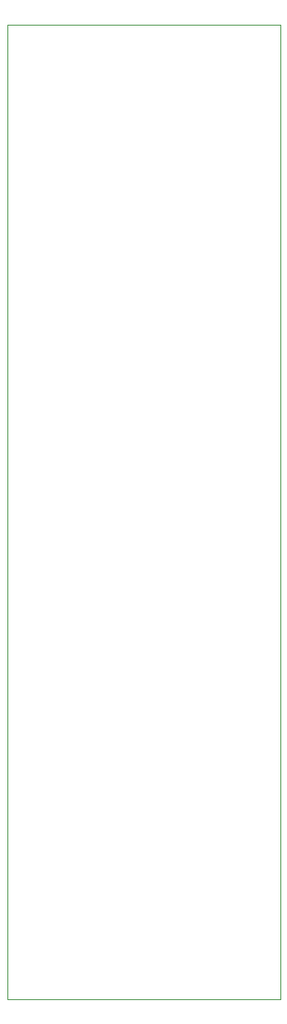
<source format=gm1>
%TF.GenerationSoftware,KiCad,Pcbnew,(6.0.1)*%
%TF.CreationDate,2022-10-17T21:59:08-04:00*%
%TF.ProjectId,ER-VCO-03-DB,45522d56-434f-42d3-9033-2d44422e6b69,1*%
%TF.SameCoordinates,Original*%
%TF.FileFunction,Profile,NP*%
%FSLAX46Y46*%
G04 Gerber Fmt 4.6, Leading zero omitted, Abs format (unit mm)*
G04 Created by KiCad (PCBNEW (6.0.1)) date 2022-10-17 21:59:08*
%MOMM*%
%LPD*%
G01*
G04 APERTURE LIST*
%TA.AperFunction,Profile*%
%ADD10C,0.100000*%
%TD*%
G04 APERTURE END LIST*
D10*
X51000000Y-5000000D02*
X79000000Y-5000000D01*
X79000000Y-5000000D02*
X79000000Y-105000000D01*
X79000000Y-105000000D02*
X51000000Y-105000000D01*
X51000000Y-105000000D02*
X51000000Y-5000000D01*
M02*

</source>
